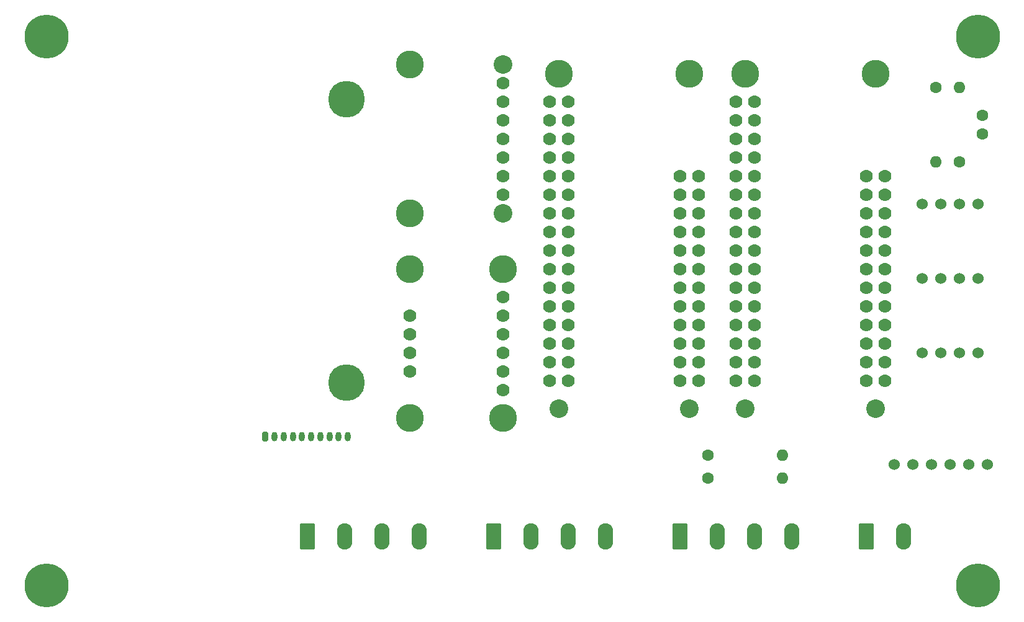
<source format=gbs>
G04 #@! TF.GenerationSoftware,KiCad,Pcbnew,(6.0.2-0)*
G04 #@! TF.CreationDate,2022-04-17T22:51:48-04:00*
G04 #@! TF.ProjectId,Cryologger AWS,4372796f-6c6f-4676-9765-72204157532e,rev?*
G04 #@! TF.SameCoordinates,Original*
G04 #@! TF.FileFunction,Soldermask,Bot*
G04 #@! TF.FilePolarity,Negative*
%FSLAX46Y46*%
G04 Gerber Fmt 4.6, Leading zero omitted, Abs format (unit mm)*
G04 Created by KiCad (PCBNEW (6.0.2-0)) date 2022-04-17 22:51:48*
%MOMM*%
%LPD*%
G01*
G04 APERTURE LIST*
G04 Aperture macros list*
%AMRoundRect*
0 Rectangle with rounded corners*
0 $1 Rounding radius*
0 $2 $3 $4 $5 $6 $7 $8 $9 X,Y pos of 4 corners*
0 Add a 4 corners polygon primitive as box body*
4,1,4,$2,$3,$4,$5,$6,$7,$8,$9,$2,$3,0*
0 Add four circle primitives for the rounded corners*
1,1,$1+$1,$2,$3*
1,1,$1+$1,$4,$5*
1,1,$1+$1,$6,$7*
1,1,$1+$1,$8,$9*
0 Add four rect primitives between the rounded corners*
20,1,$1+$1,$2,$3,$4,$5,0*
20,1,$1+$1,$4,$5,$6,$7,0*
20,1,$1+$1,$6,$7,$8,$9,0*
20,1,$1+$1,$8,$9,$2,$3,0*%
G04 Aperture macros list end*
%ADD10C,1.524000*%
%ADD11C,6.000000*%
%ADD12C,1.778000*%
%ADD13C,2.540000*%
%ADD14C,3.810000*%
%ADD15RoundRect,0.200000X-0.200000X-0.450000X0.200000X-0.450000X0.200000X0.450000X-0.200000X0.450000X0*%
%ADD16O,0.800000X1.300000*%
%ADD17O,1.600000X1.600000*%
%ADD18C,1.600000*%
%ADD19C,4.999990*%
%ADD20RoundRect,0.249999X-0.790001X-1.550001X0.790001X-1.550001X0.790001X1.550001X-0.790001X1.550001X0*%
%ADD21O,2.080000X3.600000*%
G04 APERTURE END LIST*
D10*
X210820000Y-104140000D03*
X213360000Y-104140000D03*
X215900000Y-104140000D03*
X218440000Y-104140000D03*
X210820000Y-93980000D03*
X213360000Y-93980000D03*
X215900000Y-93980000D03*
X218440000Y-93980000D03*
X218440000Y-83820000D03*
X215900000Y-83820000D03*
X213360000Y-83820000D03*
X210820000Y-83820000D03*
D11*
X91440000Y-60960000D03*
D12*
X177800000Y-107950000D03*
X180340000Y-107950000D03*
X177800000Y-105410000D03*
X180340000Y-105410000D03*
X180340000Y-102870000D03*
X177800000Y-102870000D03*
X177800000Y-100330000D03*
X180340000Y-100330000D03*
X180340000Y-97790000D03*
X177800000Y-97790000D03*
X180340000Y-95250000D03*
X177800000Y-95250000D03*
X177800000Y-92710000D03*
X180340000Y-92710000D03*
X177800000Y-90170000D03*
X180340000Y-90170000D03*
X180340000Y-87630000D03*
X177800000Y-87630000D03*
X180340000Y-85090000D03*
X177800000Y-85090000D03*
X180340000Y-82550000D03*
X177800000Y-82550000D03*
X180340000Y-80010000D03*
X177800000Y-80010000D03*
X160020000Y-107950000D03*
X162560000Y-107950000D03*
X160020000Y-105410000D03*
X162560000Y-105410000D03*
X160020000Y-102870000D03*
X162560000Y-102870000D03*
X162560000Y-100330000D03*
X160020000Y-100330000D03*
X162560000Y-97790000D03*
X160020000Y-97790000D03*
X162560000Y-95250000D03*
X160020000Y-95250000D03*
X160020000Y-92710000D03*
X162560000Y-92710000D03*
X162560000Y-90170000D03*
X160020000Y-90170000D03*
X162560000Y-87630000D03*
X160020000Y-87630000D03*
X162560000Y-85090000D03*
X160020000Y-85090000D03*
X160020000Y-82550000D03*
X162560000Y-82550000D03*
X162560000Y-80010000D03*
X160020000Y-80010000D03*
X162560000Y-77470000D03*
X160020000Y-77470000D03*
X160020000Y-74930000D03*
X162560000Y-74930000D03*
X162560000Y-72390000D03*
X160020000Y-72390000D03*
X162560000Y-69850000D03*
X160020000Y-69850000D03*
D13*
X161290000Y-111760000D03*
D14*
X179070000Y-66040000D03*
X161290000Y-66040000D03*
D13*
X179070000Y-111760000D03*
D11*
X218440000Y-135890000D03*
X218440000Y-60960000D03*
D12*
X203200000Y-107950000D03*
X205740000Y-107950000D03*
X203200000Y-105410000D03*
X205740000Y-105410000D03*
X203200000Y-102870000D03*
X205740000Y-102870000D03*
X205740000Y-100330000D03*
X203200000Y-100330000D03*
X203200000Y-97790000D03*
X205740000Y-97790000D03*
X205740000Y-95250000D03*
X203200000Y-95250000D03*
X203200000Y-92710000D03*
X205740000Y-92710000D03*
X203200000Y-90170000D03*
X205740000Y-90170000D03*
X205740000Y-87630000D03*
X203200000Y-87630000D03*
X205740000Y-85090000D03*
X203200000Y-85090000D03*
X203200000Y-82550000D03*
X205740000Y-82550000D03*
X203200000Y-80010000D03*
X205740000Y-80010000D03*
X185420000Y-107950000D03*
X187960000Y-107950000D03*
X185420000Y-105410000D03*
X187960000Y-105410000D03*
X185420000Y-102870000D03*
X187960000Y-102870000D03*
X185420000Y-100330000D03*
X187960000Y-100330000D03*
X187960000Y-97790000D03*
X185420000Y-97790000D03*
X187960000Y-95250000D03*
X185420000Y-95250000D03*
X185420000Y-92710000D03*
X187960000Y-92710000D03*
X185420000Y-90170000D03*
X187960000Y-90170000D03*
X185420000Y-87630000D03*
X187960000Y-87630000D03*
X187960000Y-85090000D03*
X185420000Y-85090000D03*
X187960000Y-82550000D03*
X185420000Y-82550000D03*
X187960000Y-80010000D03*
X185420000Y-80010000D03*
X187960000Y-77470000D03*
X185420000Y-77470000D03*
X187960000Y-74930000D03*
X185420000Y-74930000D03*
X185420000Y-72390000D03*
X187960000Y-72390000D03*
X185420000Y-69850000D03*
X187960000Y-69850000D03*
D14*
X204470000Y-66040000D03*
D13*
X204470000Y-111760000D03*
D14*
X186690000Y-66040000D03*
D13*
X186690000Y-111760000D03*
D15*
X121285000Y-115570000D03*
D16*
X122535000Y-115570000D03*
X123785000Y-115570000D03*
X125035000Y-115570000D03*
X126285000Y-115570000D03*
X127535000Y-115570000D03*
X128785000Y-115570000D03*
X130035000Y-115570000D03*
X131285000Y-115570000D03*
X132535000Y-115570000D03*
D12*
X140970000Y-99060000D03*
X140970000Y-101600000D03*
X140970000Y-104140000D03*
X140970000Y-106680000D03*
X153670000Y-96520000D03*
X153670000Y-99060000D03*
X153670000Y-101600000D03*
X153670000Y-104140000D03*
X153670000Y-106680000D03*
X153670000Y-109220000D03*
D14*
X140970000Y-113030000D03*
X153670000Y-113030000D03*
X140970000Y-92710000D03*
X153670000Y-92710000D03*
D11*
X91440000Y-135890000D03*
D17*
X215900000Y-67925000D03*
D18*
X215900000Y-78085000D03*
X219075000Y-74275000D03*
X219075000Y-71775000D03*
D19*
X132380000Y-69550000D03*
X132380000Y-108250000D03*
D17*
X212725000Y-78085000D03*
D18*
X212725000Y-67925000D03*
D12*
X153670000Y-67310000D03*
X153670000Y-69850000D03*
X153670000Y-72390000D03*
X153670000Y-74930000D03*
X153670000Y-77470000D03*
X153670000Y-80010000D03*
X153670000Y-82550000D03*
D14*
X140970000Y-64770000D03*
D13*
X153670000Y-85090000D03*
D14*
X140970000Y-85090000D03*
D13*
X153670000Y-64770000D03*
D20*
X203200000Y-129191500D03*
D21*
X208280000Y-129191500D03*
D18*
X181610000Y-121285000D03*
D17*
X191770000Y-121285000D03*
D18*
X181610000Y-118110000D03*
D17*
X191770000Y-118110000D03*
D20*
X152400000Y-129191500D03*
D21*
X157480000Y-129191500D03*
X162560000Y-129191500D03*
X167640000Y-129191500D03*
X142240000Y-129191500D03*
X137160000Y-129191500D03*
X132080000Y-129191500D03*
D20*
X127000000Y-129191500D03*
D10*
X207010000Y-119380000D03*
X209550000Y-119380000D03*
X212090000Y-119380000D03*
X217170000Y-119380000D03*
X214630000Y-119380000D03*
X219710000Y-119380000D03*
D20*
X177800000Y-129191500D03*
D21*
X182880000Y-129191500D03*
X187960000Y-129191500D03*
X193040000Y-129191500D03*
M02*

</source>
